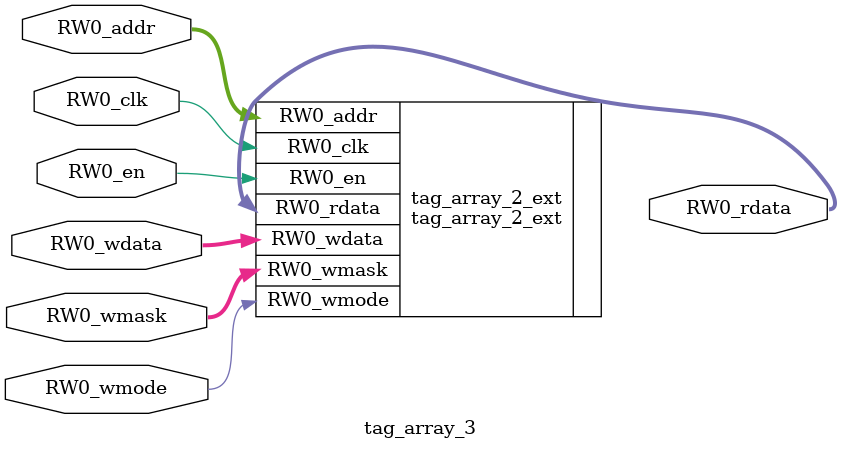
<source format=sv>
`ifndef RANDOMIZE
  `ifdef RANDOMIZE_REG_INIT
    `define RANDOMIZE
  `endif // RANDOMIZE_REG_INIT
`endif // not def RANDOMIZE
`ifndef RANDOMIZE
  `ifdef RANDOMIZE_MEM_INIT
    `define RANDOMIZE
  `endif // RANDOMIZE_MEM_INIT
`endif // not def RANDOMIZE

`ifndef RANDOM
  `define RANDOM $random
`endif // not def RANDOM

// Users can define 'PRINTF_COND' to add an extra gate to prints.
`ifndef PRINTF_COND_
  `ifdef PRINTF_COND
    `define PRINTF_COND_ (`PRINTF_COND)
  `else  // PRINTF_COND
    `define PRINTF_COND_ 1
  `endif // PRINTF_COND
`endif // not def PRINTF_COND_

// Users can define 'ASSERT_VERBOSE_COND' to add an extra gate to assert error printing.
`ifndef ASSERT_VERBOSE_COND_
  `ifdef ASSERT_VERBOSE_COND
    `define ASSERT_VERBOSE_COND_ (`ASSERT_VERBOSE_COND)
  `else  // ASSERT_VERBOSE_COND
    `define ASSERT_VERBOSE_COND_ 1
  `endif // ASSERT_VERBOSE_COND
`endif // not def ASSERT_VERBOSE_COND_

// Users can define 'STOP_COND' to add an extra gate to stop conditions.
`ifndef STOP_COND_
  `ifdef STOP_COND
    `define STOP_COND_ (`STOP_COND)
  `else  // STOP_COND
    `define STOP_COND_ 1
  `endif // STOP_COND
`endif // not def STOP_COND_

// Users can define INIT_RANDOM as general code that gets injected into the
// initializer block for modules with registers.
`ifndef INIT_RANDOM
  `define INIT_RANDOM
`endif // not def INIT_RANDOM

// If using random initialization, you can also define RANDOMIZE_DELAY to
// customize the delay used, otherwise 0.002 is used.
`ifndef RANDOMIZE_DELAY
  `define RANDOMIZE_DELAY 0.002
`endif // not def RANDOMIZE_DELAY

// Define INIT_RANDOM_PROLOG_ for use in our modules below.
`ifndef INIT_RANDOM_PROLOG_
  `ifdef RANDOMIZE
    `ifdef VERILATOR
      `define INIT_RANDOM_PROLOG_ `INIT_RANDOM
    `else  // VERILATOR
      `define INIT_RANDOM_PROLOG_ `INIT_RANDOM #`RANDOMIZE_DELAY begin end
    `endif // VERILATOR
  `else  // RANDOMIZE
    `define INIT_RANDOM_PROLOG_
  `endif // RANDOMIZE
`endif // not def INIT_RANDOM_PROLOG_

module tag_array_3(	// @[icache.scala:156:30]
  input  [5:0]  RW0_addr,
  input         RW0_en,
                RW0_clk,
                RW0_wmode,
  input  [91:0] RW0_wdata,
  input  [3:0]  RW0_wmask,
  output [91:0] RW0_rdata
);

  tag_array_2_ext tag_array_2_ext (	// @[icache.scala:156:30]
    .RW0_addr  (RW0_addr),
    .RW0_en    (RW0_en),
    .RW0_clk   (RW0_clk),
    .RW0_wmode (RW0_wmode),
    .RW0_wdata (RW0_wdata),
    .RW0_wmask (RW0_wmask),
    .RW0_rdata (RW0_rdata)
  );
endmodule


</source>
